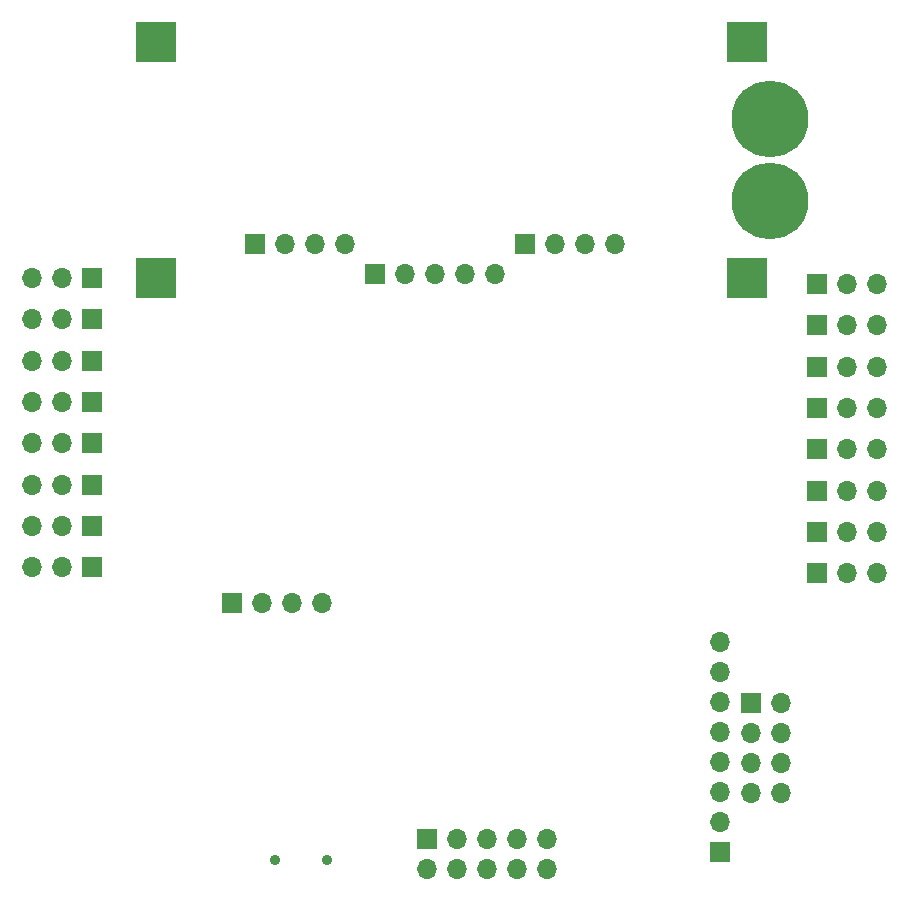
<source format=gbs>
G04 #@! TF.GenerationSoftware,KiCad,Pcbnew,no-vcs-found-3ad3869~61~ubuntu16.04.1*
G04 #@! TF.CreationDate,2018-02-12T14:20:26+02:00*
G04 #@! TF.ProjectId,BrainDamage,427261696E44616D6167652E6B696361,rev?*
G04 #@! TF.SameCoordinates,Original*
G04 #@! TF.FileFunction,Soldermask,Bot*
G04 #@! TF.FilePolarity,Negative*
%FSLAX46Y46*%
G04 Gerber Fmt 4.6, Leading zero omitted, Abs format (unit mm)*
G04 Created by KiCad (PCBNEW no-vcs-found-3ad3869~61~ubuntu16.04.1) date Mon Feb 12 14:20:26 2018*
%MOMM*%
%LPD*%
G01*
G04 APERTURE LIST*
%ADD10R,1.700000X1.700000*%
%ADD11O,1.700000X1.700000*%
%ADD12C,0.900000*%
%ADD13R,3.500000X3.500000*%
%ADD14C,6.500000*%
G04 APERTURE END LIST*
D10*
X193510000Y-50660000D03*
D11*
X196050000Y-50660000D03*
X198590000Y-50660000D03*
X201130000Y-50660000D03*
X203670000Y-50660000D03*
D12*
X185100000Y-100300000D03*
X189500000Y-100300000D03*
D10*
X169540000Y-75500000D03*
D11*
X167000000Y-75500000D03*
X164460000Y-75500000D03*
D10*
X181380000Y-78500000D03*
D11*
X183920000Y-78500000D03*
X186460000Y-78500000D03*
X189000000Y-78500000D03*
D10*
X197920000Y-98460000D03*
D11*
X197920000Y-101000000D03*
X200460000Y-98460000D03*
X200460000Y-101000000D03*
X203000000Y-98460000D03*
X203000000Y-101000000D03*
X205540000Y-98460000D03*
X205540000Y-101000000D03*
X208080000Y-98460000D03*
X208080000Y-101000000D03*
D10*
X230960000Y-62000000D03*
D11*
X233500000Y-62000000D03*
X236040000Y-62000000D03*
D10*
X230960000Y-69000000D03*
D11*
X233500000Y-69000000D03*
X236040000Y-69000000D03*
D10*
X230960000Y-65500000D03*
D11*
X233500000Y-65500000D03*
X236040000Y-65500000D03*
D10*
X230960000Y-72500000D03*
D11*
X233500000Y-72500000D03*
X236040000Y-72500000D03*
D10*
X230960000Y-58500000D03*
D11*
X233500000Y-58500000D03*
X236040000Y-58500000D03*
D10*
X230960000Y-76000000D03*
D11*
X233500000Y-76000000D03*
X236040000Y-76000000D03*
D10*
X230960000Y-55000000D03*
D11*
X233500000Y-55000000D03*
X236040000Y-55000000D03*
D10*
X230960000Y-51500000D03*
D11*
X233500000Y-51500000D03*
X236040000Y-51500000D03*
D10*
X169540000Y-72000000D03*
D11*
X167000000Y-72000000D03*
X164460000Y-72000000D03*
D10*
X169540000Y-68500000D03*
D11*
X167000000Y-68500000D03*
X164460000Y-68500000D03*
D10*
X169540000Y-65000000D03*
D11*
X167000000Y-65000000D03*
X164460000Y-65000000D03*
D10*
X169540000Y-61500000D03*
D11*
X167000000Y-61500000D03*
X164460000Y-61500000D03*
D10*
X169540000Y-58000000D03*
D11*
X167000000Y-58000000D03*
X164460000Y-58000000D03*
D10*
X169540000Y-54500000D03*
D11*
X167000000Y-54500000D03*
X164460000Y-54500000D03*
D10*
X169540000Y-51000000D03*
D11*
X167000000Y-51000000D03*
X164460000Y-51000000D03*
D13*
X225000000Y-31000000D03*
X225000000Y-51000000D03*
X175000000Y-51000000D03*
X175000000Y-31000000D03*
D14*
X227000000Y-37525000D03*
X227000000Y-44475000D03*
D10*
X183350000Y-48120000D03*
D11*
X185890000Y-48120000D03*
X188430000Y-48120000D03*
X190970000Y-48120000D03*
D10*
X206210000Y-48120000D03*
D11*
X208750000Y-48120000D03*
X211290000Y-48120000D03*
X213830000Y-48120000D03*
D10*
X222740000Y-99620000D03*
D11*
X222740000Y-97080000D03*
X222740000Y-94540000D03*
X222740000Y-92000000D03*
X222740000Y-89460000D03*
X222740000Y-86920000D03*
X222740000Y-84380000D03*
X222740000Y-81840000D03*
D10*
X225400000Y-87000000D03*
D11*
X227940000Y-87000000D03*
X225400000Y-89540000D03*
X227940000Y-89540000D03*
X225400000Y-92080000D03*
X227940000Y-92080000D03*
X225400000Y-94620000D03*
X227940000Y-94620000D03*
M02*

</source>
